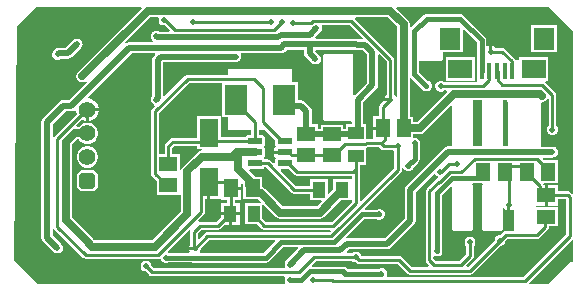
<source format=gbr>
G04*
G04 #@! TF.GenerationSoftware,Altium Limited,Altium Designer,23.0.1 (38)*
G04*
G04 Layer_Physical_Order=2*
G04 Layer_Color=16711680*
%FSLAX25Y25*%
%MOIN*%
G70*
G04*
G04 #@! TF.SameCoordinates,8F624F87-4904-4D54-B770-2945CE276165*
G04*
G04*
G04 #@! TF.FilePolarity,Positive*
G04*
G01*
G75*
%ADD14C,0.01000*%
%ADD16R,0.05906X0.04724*%
%ADD18R,0.04134X0.05315*%
%ADD23R,0.05315X0.04134*%
%ADD51C,0.01500*%
%ADD52C,0.02000*%
%ADD53C,0.02500*%
%ADD55C,0.05512*%
G04:AMPARAMS|DCode=56|XSize=55.12mil|YSize=55.12mil|CornerRadius=13.78mil|HoleSize=0mil|Usage=FLASHONLY|Rotation=90.000|XOffset=0mil|YOffset=0mil|HoleType=Round|Shape=RoundedRectangle|*
%AMROUNDEDRECTD56*
21,1,0.05512,0.02756,0,0,90.0*
21,1,0.02756,0.05512,0,0,90.0*
1,1,0.02756,0.01378,0.01378*
1,1,0.02756,0.01378,-0.01378*
1,1,0.02756,-0.01378,-0.01378*
1,1,0.02756,-0.01378,0.01378*
%
%ADD56ROUNDEDRECTD56*%
%ADD57C,0.02000*%
%ADD58C,0.02500*%
%ADD59R,0.07087X0.07480*%
%ADD60R,0.01575X0.05315*%
%ADD61R,0.08268X0.06299*%
%ADD62R,0.07480X0.09843*%
%ADD63R,0.06102X0.09252*%
%ADD64R,0.04724X0.05906*%
G04:AMPARAMS|DCode=65|XSize=49.21mil|YSize=23.23mil|CornerRadius=2.9mil|HoleSize=0mil|Usage=FLASHONLY|Rotation=180.000|XOffset=0mil|YOffset=0mil|HoleType=Round|Shape=RoundedRectangle|*
%AMROUNDEDRECTD65*
21,1,0.04921,0.01742,0,0,180.0*
21,1,0.04341,0.02323,0,0,180.0*
1,1,0.00581,-0.02170,0.00871*
1,1,0.00581,0.02170,0.00871*
1,1,0.00581,0.02170,-0.00871*
1,1,0.00581,-0.02170,-0.00871*
%
%ADD65ROUNDEDRECTD65*%
G36*
X345777Y292044D02*
X345700Y291858D01*
Y291142D01*
X345974Y290480D01*
X346480Y289974D01*
X347142Y289700D01*
X347693D01*
X349346Y288047D01*
X349155Y287585D01*
X345960D01*
X345887Y287659D01*
X345720Y287728D01*
X345569Y287829D01*
X345392Y287864D01*
X345225Y287933D01*
X345044D01*
X344867Y287968D01*
X344690Y287933D01*
X344509D01*
X344342Y287864D01*
X344165Y287829D01*
X344014Y287728D01*
X343847Y287659D01*
X343720Y287531D01*
X343569Y287431D01*
X343469Y287281D01*
X343341Y287153D01*
X343272Y286986D01*
X343171Y286835D01*
X343136Y286658D01*
X343067Y286491D01*
Y286310D01*
X343032Y286133D01*
X343067Y285956D01*
Y285775D01*
X343136Y285608D01*
X343171Y285431D01*
X343272Y285280D01*
X343341Y285113D01*
X343469Y284986D01*
X343569Y284835D01*
X343768Y284637D01*
X343561Y284137D01*
X335954D01*
X335251Y283997D01*
X334977Y283814D01*
X334658Y284202D01*
X342916Y292460D01*
X345499D01*
X345777Y292044D01*
D02*
G37*
G36*
X413813Y285559D02*
X413622Y285097D01*
X412314D01*
X412166Y285196D01*
X411464Y285335D01*
X398161D01*
X397970Y285797D01*
X399625Y287452D01*
X399725Y287603D01*
X399853Y287730D01*
X399922Y287897D01*
X400023Y288048D01*
X400058Y288225D01*
X400127Y288392D01*
Y288573D01*
X400162Y288750D01*
X400127Y288927D01*
Y289108D01*
X400058Y289275D01*
X400028Y289424D01*
X400027Y289461D01*
X400230Y289846D01*
X400330Y289925D01*
X409448D01*
X413813Y285559D01*
D02*
G37*
G36*
X411000Y281566D02*
X411702Y281426D01*
X413690D01*
X415165Y279951D01*
Y270490D01*
X411087Y266412D01*
X410587Y266619D01*
Y279535D01*
X410525Y279848D01*
X410348Y280112D01*
X410084Y280289D01*
X409772Y280351D01*
X401307D01*
X400995Y280289D01*
X400730Y280112D01*
X400554Y279848D01*
X400491Y279535D01*
Y258669D01*
X400554Y258357D01*
X400730Y258092D01*
X400995Y257916D01*
X401307Y257854D01*
X409772D01*
X410255Y257475D01*
Y256705D01*
X408042D01*
Y255335D01*
X407253D01*
Y256662D01*
X399747D01*
Y255335D01*
X398753D01*
Y256705D01*
X396835D01*
Y261057D01*
X396696Y261759D01*
X396298Y262354D01*
X394437Y264215D01*
X393842Y264613D01*
X393139Y264753D01*
X392111D01*
Y270721D01*
X390130D01*
Y275236D01*
X368870D01*
Y273325D01*
X355500D01*
X354993Y273225D01*
X354563Y272937D01*
X347651Y266025D01*
X347189Y266217D01*
Y277386D01*
X347269Y277466D01*
X371349D01*
X371526Y277502D01*
X371707D01*
X371874Y277571D01*
X372051Y277606D01*
X372201Y277706D01*
X372368Y277776D01*
X372496Y277903D01*
X372646Y278004D01*
X372747Y278154D01*
X372875Y278282D01*
X372944Y278449D01*
X373044Y278599D01*
X373080Y278777D01*
X373149Y278943D01*
Y279124D01*
X373184Y279302D01*
X373149Y279479D01*
Y279660D01*
X373080Y279827D01*
X373052Y279966D01*
X373056Y280024D01*
X373272Y280403D01*
X373356Y280466D01*
X386431D01*
X387133Y280606D01*
X387728Y281004D01*
X388389Y281665D01*
X394172D01*
Y280492D01*
X394312Y279790D01*
X394710Y279195D01*
X396702Y277202D01*
X396853Y277102D01*
X396980Y276974D01*
X397147Y276905D01*
X397298Y276804D01*
X397475Y276769D01*
X397642Y276700D01*
X397823D01*
X398000Y276665D01*
X398177Y276700D01*
X398358D01*
X398525Y276769D01*
X398702Y276804D01*
X398853Y276905D01*
X399020Y276974D01*
X399147Y277102D01*
X399298Y277202D01*
X399398Y277353D01*
X399526Y277480D01*
X399595Y277647D01*
X399696Y277798D01*
X399731Y277975D01*
X399800Y278142D01*
Y278323D01*
X399835Y278500D01*
X399800Y278677D01*
Y278858D01*
X399731Y279025D01*
X399696Y279202D01*
X399595Y279353D01*
X399526Y279520D01*
X399398Y279647D01*
X399298Y279798D01*
X397931Y281165D01*
X398055Y281665D01*
X410852D01*
X411000Y281566D01*
D02*
G37*
G36*
X451801Y284142D02*
Y278142D01*
X451794D01*
Y271228D01*
X451794D01*
X451778Y270735D01*
X440920D01*
X440720Y270935D01*
X440058Y271209D01*
X439342D01*
X438680Y270935D01*
X438174Y270429D01*
X437900Y269767D01*
Y269051D01*
X438174Y268390D01*
X438680Y267883D01*
X439342Y267609D01*
X440058D01*
X440720Y267883D01*
X440920Y268084D01*
X441659D01*
X441850Y267622D01*
X431818Y257590D01*
X430662D01*
Y259253D01*
X429590D01*
Y262783D01*
X429478Y263348D01*
Y272080D01*
X429978Y272287D01*
X433254Y269011D01*
X433474Y268480D01*
X433980Y267974D01*
X434642Y267700D01*
X435358D01*
X436020Y267974D01*
X436526Y268480D01*
X436800Y269142D01*
Y269858D01*
X436526Y270520D01*
X436020Y271026D01*
X435489Y271246D01*
X432468Y274267D01*
Y277753D01*
X432638Y277892D01*
X439736D01*
X440048Y277954D01*
X440313Y278131D01*
X440490Y278396D01*
X440552Y278708D01*
Y280775D01*
X447095D01*
Y288195D01*
X447557Y288387D01*
X451801Y284142D01*
D02*
G37*
G36*
X425297Y289247D02*
Y265986D01*
X424797Y265887D01*
X424695Y266133D01*
X424326Y266503D01*
Y278247D01*
X424225Y278754D01*
X423937Y279184D01*
X411161Y291960D01*
X411369Y292460D01*
X422084D01*
X425297Y289247D01*
D02*
G37*
G36*
X344616Y280004D02*
X344056Y279444D01*
X343955Y279294D01*
X343828Y279166D01*
X343758Y278999D01*
X343658Y278849D01*
X343623Y278672D01*
X343553Y278504D01*
Y278324D01*
X343518Y278146D01*
Y266099D01*
X343456Y266037D01*
X343387Y265870D01*
X343287Y265720D01*
X343251Y265543D01*
X343182Y265376D01*
Y265195D01*
X343147Y265018D01*
X343182Y264841D01*
Y264660D01*
X343251Y264493D01*
X343287Y264315D01*
X343387Y264165D01*
X343456Y263998D01*
X343584Y263870D01*
X343685Y263720D01*
X343835Y263620D01*
X343963Y263492D01*
X344130Y263423D01*
X344256Y263338D01*
X344283Y263313D01*
X344411Y262897D01*
X344396Y262771D01*
X343610Y261984D01*
X343323Y261555D01*
X343222Y261047D01*
Y240319D01*
X343323Y239812D01*
X343610Y239382D01*
X345247Y237744D01*
Y233295D01*
X352753D01*
X353153Y233054D01*
Y227700D01*
X343544Y218090D01*
X324366D01*
X324133Y218323D01*
X323978Y218555D01*
X323978Y218555D01*
X316833Y225700D01*
Y249968D01*
X318594Y251729D01*
X319080Y251694D01*
X319155Y251565D01*
X319817Y250903D01*
X320627Y250434D01*
X321532Y250192D01*
X322468D01*
X323373Y250434D01*
X324183Y250903D01*
X324845Y251565D01*
X325314Y252376D01*
X325556Y253280D01*
Y254216D01*
X325314Y255121D01*
X324845Y255931D01*
X324183Y256593D01*
X323373Y257062D01*
X322468Y257304D01*
X321532D01*
X320627Y257062D01*
X319817Y256593D01*
X319155Y255931D01*
X319142Y255909D01*
X318457D01*
X318266Y256371D01*
X320212Y258317D01*
X320550Y258122D01*
X321500Y257868D01*
Y261622D01*
X322000D01*
Y262122D01*
X325754D01*
X325500Y263072D01*
X325006Y263928D01*
X324306Y264628D01*
X323450Y265122D01*
X322495Y265378D01*
X322279D01*
X322087Y265840D01*
X336714Y280466D01*
X344425D01*
X344616Y280004D01*
D02*
G37*
G36*
X443625Y262832D02*
Y249508D01*
X443527Y249388D01*
X442164D01*
X441461Y249248D01*
X440866Y248850D01*
X428282Y236267D01*
X427884Y235671D01*
X427745Y234969D01*
Y225340D01*
X421240Y218835D01*
X408505D01*
X408444Y218904D01*
X408266Y219304D01*
X414109Y225147D01*
X418385D01*
X418915Y224927D01*
X419631D01*
X420293Y225201D01*
X420799Y225708D01*
X421073Y226369D01*
Y227085D01*
X420799Y227747D01*
X420293Y228253D01*
X419631Y228527D01*
X418915D01*
X418385Y228308D01*
X414664D01*
X414472Y228769D01*
X426437Y240734D01*
X426725Y241164D01*
X426826Y241672D01*
Y242140D01*
X427325Y242239D01*
X427474Y241880D01*
X427980Y241374D01*
X428642Y241100D01*
X429358D01*
X430020Y241374D01*
X430526Y241880D01*
X430800Y242542D01*
Y242600D01*
X432210Y244010D01*
X432553Y244523D01*
X432673Y245128D01*
Y249560D01*
X432893Y250090D01*
Y250806D01*
X432619Y251468D01*
X432112Y251974D01*
X431451Y252248D01*
X430735D01*
X430662Y252297D01*
Y253410D01*
X432684D01*
X432684Y253410D01*
X433484Y253569D01*
X434162Y254022D01*
X443163Y263023D01*
X443625Y262832D01*
D02*
G37*
G36*
X484000Y288000D02*
Y233873D01*
X483500Y233666D01*
X483185Y233980D01*
X482756Y234268D01*
X482248Y234369D01*
X478953D01*
Y236405D01*
X475500D01*
Y233043D01*
Y229681D01*
X478953D01*
Y231718D01*
X481509D01*
Y220049D01*
X467285Y205825D01*
X422003D01*
X421669Y206326D01*
X421800Y206642D01*
Y207358D01*
X421526Y208020D01*
X421020Y208526D01*
X420358Y208800D01*
X419642D01*
X419112Y208580D01*
X408627D01*
X408371Y208836D01*
X407858Y209179D01*
X407254Y209299D01*
X396963D01*
X396771Y209761D01*
X398135Y211124D01*
X407177D01*
X407429Y211175D01*
X410280D01*
X410480Y210974D01*
X411142Y210700D01*
X411511D01*
X411649Y210563D01*
X412079Y210275D01*
X412586Y210174D01*
X425444D01*
X428555Y207063D01*
X428985Y206775D01*
X429493Y206675D01*
X449500D01*
X450007Y206775D01*
X450437Y207063D01*
X459575Y216200D01*
X459858D01*
X460520Y216474D01*
X461026Y216980D01*
X461300Y217642D01*
Y217926D01*
X461919Y218545D01*
X471800D01*
X472308Y218646D01*
X472738Y218933D01*
X475548Y221743D01*
X475835Y222173D01*
X475936Y222680D01*
Y222795D01*
X478753D01*
Y229119D01*
X471768D01*
X471490Y229619D01*
X471529Y229681D01*
X474500D01*
Y233043D01*
Y236405D01*
X474185D01*
X473996Y236807D01*
X474256Y237247D01*
X478706D01*
Y244753D01*
X474256D01*
X473806Y245203D01*
X473997Y245665D01*
X477000D01*
X477177Y245700D01*
X477358D01*
X477525Y245769D01*
X477702Y245804D01*
X477853Y245905D01*
X478020Y245974D01*
X478148Y246102D01*
X478298Y246202D01*
X478398Y246353D01*
X478526Y246480D01*
X478595Y246647D01*
X478696Y246798D01*
X478731Y246975D01*
X478800Y247142D01*
Y247323D01*
X478835Y247500D01*
X478800Y247677D01*
Y247858D01*
X478731Y248025D01*
X478696Y248202D01*
X478595Y248353D01*
X478526Y248520D01*
X478398Y248647D01*
X478298Y248798D01*
X478148Y248898D01*
X478020Y249026D01*
X477853Y249095D01*
X477702Y249196D01*
X477525Y249231D01*
X477358Y249300D01*
X477177D01*
X477000Y249335D01*
X473430D01*
X473288Y249508D01*
Y263748D01*
X473375Y264112D01*
X473758Y264275D01*
X473812D01*
X474002Y264354D01*
X474204Y264394D01*
X474375Y264508D01*
X474566Y264587D01*
X474711Y264733D01*
X474882Y264847D01*
X474997Y265018D01*
X475142Y265164D01*
X475175Y265241D01*
X475642Y265148D01*
X475674Y265132D01*
Y256220D01*
X475474Y256020D01*
X475200Y255358D01*
Y254642D01*
X475474Y253980D01*
X475980Y253474D01*
X476642Y253200D01*
X477358D01*
X478020Y253474D01*
X478526Y253980D01*
X478800Y254642D01*
Y255358D01*
X478526Y256020D01*
X478326Y256220D01*
Y266618D01*
X478225Y267126D01*
X477937Y267555D01*
X474651Y270842D01*
X474752Y271216D01*
X474841Y271342D01*
X475639D01*
Y279241D01*
X465771D01*
Y278668D01*
X465406Y278343D01*
X465271Y278343D01*
X464597D01*
X464571Y278471D01*
X464284Y278901D01*
X461247Y281937D01*
X460817Y282225D01*
X460310Y282326D01*
X457971D01*
X457601Y282696D01*
X456968Y282958D01*
Y281000D01*
X455969D01*
Y282958D01*
X455462Y282748D01*
X454962Y282976D01*
Y284797D01*
X454842Y285402D01*
X454499Y285914D01*
X447296Y293117D01*
X446784Y293460D01*
X446179Y293580D01*
X435135D01*
X434530Y293460D01*
X434018Y293117D01*
X429978Y289078D01*
X429478Y289285D01*
Y290112D01*
X429478Y290112D01*
X429319Y290912D01*
X428865Y291590D01*
X424918Y295538D01*
X425109Y296000D01*
X476000D01*
X484000Y288000D01*
D02*
G37*
G36*
X318244Y261311D02*
Y261128D01*
X318462Y260316D01*
X311056Y252910D01*
X310835Y252580D01*
X310335Y252669D01*
Y256740D01*
X314760Y261165D01*
X316652D01*
X317354Y261304D01*
X317744Y261565D01*
X318244Y261311D01*
D02*
G37*
G36*
X366889Y259279D02*
X368870D01*
Y254764D01*
X376489D01*
Y253223D01*
X375645D01*
X375219Y253138D01*
X374859Y252897D01*
X374637Y252566D01*
X366351D01*
Y259426D01*
X358649D01*
Y252326D01*
X350500D01*
X349993Y252225D01*
X349563Y251937D01*
X348063Y250437D01*
X347775Y250007D01*
X347674Y249500D01*
Y246706D01*
X345873D01*
Y260498D01*
X356049Y270674D01*
X366889D01*
Y259279D01*
D02*
G37*
G36*
X421674Y277698D02*
Y266503D01*
X421305Y266133D01*
X421042Y265500D01*
X423000D01*
Y264500D01*
X420625D01*
X419476Y263351D01*
X419189Y262921D01*
X419088Y262413D01*
Y259453D01*
X417051D01*
Y256000D01*
X420413D01*
Y255000D01*
X417051D01*
Y251732D01*
X414958D01*
Y256705D01*
X413926D01*
Y264060D01*
X418298Y268432D01*
X418696Y269027D01*
X418835Y269730D01*
Y279884D01*
X419297Y280075D01*
X421674Y277698D01*
D02*
G37*
G36*
X461884Y264639D02*
X462089Y264269D01*
X462050Y264075D01*
Y249508D01*
X461952Y249388D01*
X460473D01*
X460375Y249508D01*
Y264075D01*
X460336Y264269D01*
X460541Y264639D01*
X460659Y264769D01*
X461766D01*
X461884Y264639D01*
D02*
G37*
G36*
X453459D02*
X453664Y264269D01*
X453625Y264075D01*
Y249508D01*
X453527Y249388D01*
X450473D01*
X450375Y249508D01*
Y264075D01*
X450336Y264269D01*
X450541Y264639D01*
X450659Y264769D01*
X453341D01*
X453459Y264639D01*
D02*
G37*
G36*
X384415Y251639D02*
Y250369D01*
X384500Y249944D01*
X384740Y249583D01*
X384493Y249147D01*
X384311Y248874D01*
X384211Y248371D01*
Y248000D01*
X387697D01*
Y247000D01*
X384211D01*
Y246629D01*
X384311Y246126D01*
X384493Y245853D01*
X384740Y245417D01*
X384500Y245056D01*
X384415Y244631D01*
Y243910D01*
X383953Y243719D01*
X382975Y244697D01*
X382545Y244984D01*
X382037Y245085D01*
X380993D01*
X380852Y245296D01*
X380771Y245843D01*
X381012Y246203D01*
X381097Y246629D01*
Y248371D01*
X381012Y248797D01*
X380771Y249157D01*
Y249583D01*
X381012Y249944D01*
X381097Y250369D01*
Y252111D01*
X381012Y252537D01*
X380771Y252897D01*
X380411Y253138D01*
X379985Y253223D01*
X379140D01*
Y254764D01*
X381290D01*
X384415Y251639D01*
D02*
G37*
G36*
X358649Y248574D02*
X360046D01*
X360095Y248074D01*
X359376Y247931D01*
X358698Y247478D01*
X353765Y242545D01*
X353312Y241867D01*
X353253Y241568D01*
X352753Y241617D01*
Y246706D01*
X350325D01*
Y248951D01*
X351049Y249675D01*
X358649D01*
Y248574D01*
D02*
G37*
G36*
X390819Y240063D02*
X391249Y239775D01*
X391756Y239674D01*
X410175D01*
Y238532D01*
X409705Y238457D01*
Y238457D01*
X403972D01*
Y235083D01*
X403953Y235070D01*
X402490Y233608D01*
X402028Y233799D01*
Y238457D01*
X396294D01*
Y236326D01*
X391346D01*
X386357Y241315D01*
X386548Y241777D01*
X389104D01*
X390819Y240063D01*
D02*
G37*
G36*
X363000Y231839D02*
X366551D01*
X366595Y231547D01*
X368631D01*
Y230658D01*
X366595D01*
Y227500D01*
X369661D01*
X372728D01*
Y230658D01*
X371282D01*
Y231547D01*
X373319D01*
Y235000D01*
X369957D01*
Y236000D01*
X373319D01*
Y236705D01*
X373819Y236973D01*
X373841Y236958D01*
Y236612D01*
X373841Y236612D01*
X373881Y236410D01*
Y231747D01*
X377954D01*
X378155Y231707D01*
X378957D01*
X379707Y230958D01*
X379500Y230457D01*
X374472D01*
Y223542D01*
X378331D01*
X379811Y222063D01*
X380241Y221775D01*
X380748Y221674D01*
X402975D01*
X403166Y221213D01*
X402779Y220826D01*
X362000D01*
X361493Y220725D01*
X361063Y220437D01*
X359287Y218662D01*
X358825Y218853D01*
Y220365D01*
X360135Y221674D01*
X365661D01*
X366169Y221775D01*
X366599Y222063D01*
X367878Y223342D01*
X369161D01*
Y226500D01*
X366595D01*
Y225798D01*
X366567Y225780D01*
X365112Y224325D01*
X359586D01*
X359111Y224231D01*
X359081Y224253D01*
X358916Y224743D01*
X360886Y226713D01*
X361173Y227143D01*
X361274Y227650D01*
Y231839D01*
X362000D01*
Y237465D01*
X363000D01*
Y231839D01*
D02*
G37*
G36*
X419791Y248563D02*
X420221Y248275D01*
X420728Y248175D01*
X423997D01*
X424174Y247997D01*
Y242221D01*
X413287Y231333D01*
X412825Y231525D01*
Y242000D01*
Y243295D01*
X414958D01*
Y248982D01*
X415286Y249047D01*
X415338Y249082D01*
X419272D01*
X419791Y248563D01*
D02*
G37*
G36*
X389860Y234063D02*
X390290Y233775D01*
X390797Y233675D01*
X396294D01*
Y231542D01*
X400001D01*
X400192Y231081D01*
X398536Y229424D01*
X387152D01*
X381301Y235275D01*
X380623Y235728D01*
X380205Y235811D01*
Y239253D01*
X377747D01*
X377409Y239758D01*
X377409Y239758D01*
X375890Y241277D01*
X376097Y241777D01*
X379985D01*
X380411Y241862D01*
X380771Y242103D01*
X380993Y242434D01*
X381488D01*
X389860Y234063D01*
D02*
G37*
G36*
X409705Y231542D02*
X410033Y231490D01*
X410101Y230975D01*
X403451Y224325D01*
X381297D01*
X380205Y225417D01*
Y229752D01*
X380705Y229959D01*
X384809Y225856D01*
X384809Y225856D01*
X385487Y225403D01*
X386287Y225244D01*
X399402D01*
X399402Y225244D01*
X400202Y225403D01*
X400880Y225856D01*
X404956Y229933D01*
X405409Y230611D01*
X405410Y230616D01*
X406337Y231542D01*
X409705D01*
Y231542D01*
D02*
G37*
G36*
X453687Y236749D02*
X453625Y236437D01*
Y221870D01*
X453687Y221558D01*
X453864Y221293D01*
X454129Y221116D01*
X454441Y221054D01*
X459559D01*
X459871Y221116D01*
X460136Y221293D01*
X460313Y221558D01*
X460375Y221870D01*
Y228644D01*
X460542Y228731D01*
X460875Y228797D01*
X461367Y228305D01*
X462000Y228042D01*
Y230000D01*
X463000D01*
Y228042D01*
X463633Y228305D01*
X463795Y228466D01*
X464295Y228259D01*
Y221870D01*
X464329Y221696D01*
X464106Y221305D01*
X463998Y221196D01*
X461370D01*
X460863Y221095D01*
X460433Y220807D01*
X459425Y219800D01*
X459142D01*
X458480Y219526D01*
X457974Y219020D01*
X457700Y218358D01*
Y218074D01*
X448951Y209326D01*
X448353D01*
X448162Y209787D01*
X450437Y212063D01*
X450725Y212493D01*
X450826Y213000D01*
Y216280D01*
X451026Y216480D01*
X451300Y217142D01*
Y217858D01*
X451026Y218520D01*
X450520Y219026D01*
X449858Y219300D01*
X449142D01*
X448480Y219026D01*
X447974Y218520D01*
X447700Y217858D01*
Y217142D01*
X447974Y216480D01*
X448174Y216280D01*
Y213549D01*
X445951Y211326D01*
X438014D01*
X437325Y212014D01*
Y212497D01*
X437825Y212831D01*
X438142Y212700D01*
X438858D01*
X439520Y212974D01*
X440026Y213480D01*
X440300Y214142D01*
Y214858D01*
X440080Y215388D01*
Y233123D01*
X443125Y236168D01*
X443625Y235961D01*
Y221870D01*
X443687Y221558D01*
X443864Y221293D01*
X444129Y221116D01*
X444441Y221054D01*
X449559D01*
X449871Y221116D01*
X450136Y221293D01*
X450313Y221558D01*
X450375Y221870D01*
Y236437D01*
X450319Y236717D01*
X450320Y236761D01*
X450601Y237217D01*
X452345D01*
X452497Y237247D01*
X453419D01*
X453687Y236749D01*
D02*
G37*
G36*
X356247Y221419D02*
X356269Y221389D01*
X356174Y220914D01*
Y216979D01*
X356212Y216790D01*
X356034Y216612D01*
X355772Y215979D01*
X357730D01*
Y214979D01*
X355772D01*
X356007Y214413D01*
X355814Y213913D01*
X349055D01*
X348870Y213990D01*
X348753Y214580D01*
X355757Y221584D01*
X356247Y221419D01*
D02*
G37*
G36*
X384654Y217713D02*
X380772Y213830D01*
X359563D01*
X359372Y214292D01*
X359425Y214346D01*
X359730Y215081D01*
Y215355D01*
X362549Y218175D01*
X384463D01*
X384654Y217713D01*
D02*
G37*
G36*
X437930Y240136D02*
X438009Y239945D01*
X438516Y239439D01*
X438713Y239357D01*
X438716Y238994D01*
X438686Y238827D01*
X438287Y238560D01*
X435063Y235336D01*
X434775Y234906D01*
X434675Y234399D01*
Y211465D01*
X434775Y210957D01*
X435063Y210527D01*
X435803Y209787D01*
X435611Y209326D01*
X430042D01*
X426930Y212437D01*
X426500Y212725D01*
X425992Y212825D01*
X413300D01*
Y212858D01*
X413026Y213520D01*
X412520Y214026D01*
X411858Y214300D01*
X411142D01*
X410480Y214026D01*
X410280Y213825D01*
X408549D01*
X408357Y214287D01*
X409235Y215165D01*
X422000D01*
X422702Y215304D01*
X423298Y215702D01*
X430878Y223282D01*
X431276Y223878D01*
X431415Y224580D01*
Y234209D01*
X437440Y240233D01*
X437930Y240136D01*
D02*
G37*
G36*
X340082Y295538D02*
X318808Y274264D01*
X318355Y273585D01*
X318195Y272785D01*
X318355Y271986D01*
X318808Y271308D01*
X319486Y270854D01*
X320286Y270695D01*
X321085Y270854D01*
X321443Y271093D01*
X321761Y270705D01*
X315892Y264835D01*
X314000D01*
X313823Y264800D01*
X313642D01*
X313475Y264731D01*
X313298Y264696D01*
X313147Y264595D01*
X312980Y264526D01*
X312853Y264398D01*
X312702Y264298D01*
X307202Y258798D01*
X306804Y258202D01*
X306665Y257500D01*
Y219000D01*
X306804Y218298D01*
X307202Y217702D01*
X310702Y214202D01*
X310853Y214102D01*
X310980Y213974D01*
X311147Y213905D01*
X311298Y213804D01*
X311475Y213769D01*
X311642Y213700D01*
X311823D01*
X312000Y213665D01*
X312177Y213700D01*
X312358D01*
X312525Y213769D01*
X312702Y213804D01*
X312853Y213905D01*
X313020Y213974D01*
X313147Y214102D01*
X313298Y214202D01*
X313398Y214353D01*
X313526Y214480D01*
X313595Y214647D01*
X313696Y214798D01*
X313731Y214975D01*
X313800Y215142D01*
Y215323D01*
X313835Y215500D01*
X313800Y215677D01*
Y215858D01*
X313731Y216025D01*
X313696Y216202D01*
X313595Y216353D01*
X313526Y216520D01*
X313398Y216647D01*
X313298Y216798D01*
X310335Y219760D01*
Y221922D01*
X310835Y222011D01*
X311056Y221680D01*
X320424Y212313D01*
X320854Y212025D01*
X321361Y211925D01*
X345549D01*
X345867Y211988D01*
X346114Y211982D01*
X346478Y211706D01*
X346641Y211313D01*
X347147Y210807D01*
X347809Y210533D01*
X348525D01*
X349055Y210753D01*
X356872D01*
X357289Y210670D01*
X381427D01*
X382032Y210790D01*
X382544Y211133D01*
X387281Y215870D01*
X392116D01*
X392308Y215408D01*
X388198Y211298D01*
X388097Y211147D01*
X387969Y211020D01*
X387900Y210853D01*
X387800Y210702D01*
X387765Y210525D01*
X387695Y210358D01*
Y210177D01*
X387660Y210000D01*
X387695Y209823D01*
Y209642D01*
X387765Y209475D01*
X387794Y209326D01*
X387795Y209289D01*
X387592Y208904D01*
X387492Y208825D01*
X344049D01*
X343300Y209575D01*
Y209858D01*
X343026Y210520D01*
X342520Y211026D01*
X341858Y211300D01*
X341142D01*
X340480Y211026D01*
X339974Y210520D01*
X339700Y209858D01*
Y209142D01*
X339974Y208480D01*
X340480Y207974D01*
X341142Y207700D01*
X341425D01*
X342563Y206563D01*
X342993Y206275D01*
X343500Y206174D01*
X387497D01*
X387831Y205675D01*
X387700Y205358D01*
Y204642D01*
X387974Y203980D01*
X387993Y203962D01*
X387801Y203500D01*
X305500D01*
X297500Y211500D01*
X298500Y289500D01*
X305000Y296000D01*
X339891D01*
X340082Y295538D01*
D02*
G37*
G36*
X484000Y218084D02*
Y211000D01*
X483000D01*
X475500Y203500D01*
X469416D01*
X469209Y204000D01*
X483500Y218291D01*
X484000Y218084D01*
D02*
G37*
%LPC*%
G36*
X451229Y279225D02*
X441361D01*
Y271326D01*
X451229D01*
Y279225D01*
D02*
G37*
G36*
X325754Y261122D02*
X322500D01*
Y257868D01*
X323450Y258122D01*
X324306Y258617D01*
X325006Y259316D01*
X325500Y260172D01*
X325754Y261122D01*
D02*
G37*
G36*
X322468Y249430D02*
X321532D01*
X320627Y249188D01*
X319817Y248720D01*
X319155Y248057D01*
X318686Y247247D01*
X318444Y246342D01*
Y245406D01*
X318686Y244501D01*
X319155Y243691D01*
X319817Y243029D01*
X320627Y242560D01*
X321532Y242318D01*
X322468D01*
X323373Y242560D01*
X324183Y243029D01*
X324845Y243691D01*
X325314Y244501D01*
X325556Y245406D01*
Y246342D01*
X325314Y247247D01*
X324845Y248057D01*
X324183Y248720D01*
X323373Y249188D01*
X322468Y249430D01*
D02*
G37*
G36*
X323378Y241599D02*
X320622D01*
X319772Y241429D01*
X319052Y240948D01*
X318570Y240228D01*
X318401Y239378D01*
Y236622D01*
X318570Y235772D01*
X319052Y235052D01*
X319772Y234571D01*
X320622Y234401D01*
X323378D01*
X324228Y234571D01*
X324948Y235052D01*
X325430Y235772D01*
X325599Y236622D01*
Y239378D01*
X325430Y240228D01*
X324948Y240948D01*
X324228Y241429D01*
X323378Y241599D01*
D02*
G37*
G36*
X478591Y289855D02*
X469905D01*
Y280775D01*
X478591D01*
Y289855D01*
D02*
G37*
G36*
X372728Y226500D02*
X370161D01*
Y223342D01*
X372728D01*
Y226500D01*
D02*
G37*
G36*
X318500Y285335D02*
X318323Y285300D01*
X318142D01*
X317975Y285231D01*
X317798Y285196D01*
X317647Y285095D01*
X317480Y285026D01*
X317353Y284898D01*
X317202Y284798D01*
X314740Y282335D01*
X312500D01*
X311798Y282196D01*
X311202Y281798D01*
X310742Y281337D01*
X310641Y281187D01*
X310513Y281059D01*
X310444Y280892D01*
X310344Y280742D01*
X310309Y280564D01*
X310239Y280397D01*
Y280217D01*
X310204Y280039D01*
X310239Y279862D01*
Y279681D01*
X310309Y279514D01*
X310344Y279337D01*
X310444Y279187D01*
X310513Y279020D01*
X310641Y278892D01*
X310742Y278742D01*
X310892Y278641D01*
X311020Y278513D01*
X311187Y278444D01*
X311337Y278344D01*
X311514Y278309D01*
X311681Y278239D01*
X311862D01*
X312039Y278204D01*
X312217Y278239D01*
X312397D01*
X312564Y278309D01*
X312742Y278344D01*
X312892Y278444D01*
X313059Y278513D01*
X313187Y278641D01*
X313222Y278665D01*
X315500D01*
X316202Y278804D01*
X316798Y279202D01*
X319798Y282202D01*
X319898Y282353D01*
X320026Y282480D01*
X320095Y282647D01*
X320196Y282798D01*
X320231Y282975D01*
X320300Y283142D01*
Y283323D01*
X320335Y283500D01*
X320300Y283677D01*
Y283858D01*
X320231Y284025D01*
X320196Y284202D01*
X320095Y284353D01*
X320026Y284520D01*
X319898Y284647D01*
X319798Y284798D01*
X319647Y284898D01*
X319520Y285026D01*
X319353Y285095D01*
X319202Y285196D01*
X319025Y285231D01*
X318858Y285300D01*
X318677D01*
X318500Y285335D01*
D02*
G37*
%LPD*%
D14*
X357721Y215221D02*
X362000Y219500D01*
X357500Y215221D02*
X357721D01*
X420728Y249500D02*
X425500D01*
Y241672D02*
Y249500D01*
X347768Y291500D02*
X351018Y288250D01*
X347500Y291500D02*
X347768D01*
X387697Y247500D02*
X388996D01*
X390039Y246457D01*
X395000D01*
X439700Y269409D02*
X453672D01*
X439806Y240965D02*
X442388Y243547D01*
X439535Y240965D02*
X439806D01*
X407177Y212450D02*
X407227Y212500D01*
X392636Y207500D02*
X397586Y212450D01*
X407227Y212500D02*
X411586D01*
X397586Y212450D02*
X407177D01*
X439447Y237623D02*
X442671Y240847D01*
X436000Y234399D02*
X439224Y237623D01*
X439447D01*
X436000Y211465D02*
Y234399D01*
X442671Y240847D02*
X446651D01*
X442388Y243547D02*
X445047D01*
X446651Y240847D02*
X451056Y245253D01*
X471357D01*
X471410Y245200D01*
X471934D01*
X475543Y241590D01*
X425992Y211500D02*
X429493Y208000D01*
X412586Y211500D02*
X425992D01*
X411586Y212500D02*
X412586Y211500D01*
X403901Y204500D02*
X467834D01*
X397176Y204969D02*
X403433D01*
X403901Y204500D01*
X437465Y210000D02*
X446500D01*
X449500Y208000D02*
X459500Y218000D01*
X436000Y211465D02*
X437465Y210000D01*
X429493Y208000D02*
X449500D01*
X453672Y269409D02*
X455669Y271406D01*
X460178Y270000D02*
X473618D01*
X458772Y271406D02*
X460178Y270000D01*
X473618D02*
X477000Y266618D01*
X458772Y271406D02*
Y274413D01*
X357539Y215670D02*
X357730Y215479D01*
X357500Y216979D02*
X357539Y216940D01*
X357500Y216979D02*
Y220914D01*
X357539Y215670D02*
Y216940D01*
X362000Y219500D02*
X403328D01*
X425500Y241672D01*
X404000Y223000D02*
X411500Y230500D01*
Y242000D01*
X380748Y223000D02*
X404000D01*
X390500Y290423D02*
X396464D01*
X384285Y288250D02*
X386786Y290750D01*
X387000D01*
X351018Y288250D02*
X384285D01*
X397292Y291250D02*
X409997D01*
X396464Y290423D02*
X397292Y291250D01*
X357250Y290750D02*
X383250D01*
X409997Y291250D02*
X423000Y278247D01*
X459500Y218000D02*
X461370Y219870D01*
X419821Y250407D02*
X420728Y249500D01*
X456468Y281000D02*
X460310D01*
X463346Y277964D01*
Y274957D02*
X463618Y274685D01*
X463346Y274957D02*
Y277964D01*
X344547Y261047D02*
X355500Y272000D01*
X377336D01*
X344547Y240319D02*
Y261047D01*
X377339Y226410D02*
X380748Y223000D01*
X377339Y226410D02*
Y227000D01*
X341500Y209500D02*
X343500Y207500D01*
X392636D01*
X423000Y265000D02*
Y278247D01*
X345549Y213250D02*
X359949Y227650D01*
X311993Y222618D02*
X321361Y213250D01*
X311993Y222618D02*
Y251973D01*
X321361Y213250D02*
X345549D01*
X321642Y261622D02*
X322000D01*
X359949Y227650D02*
Y234913D01*
X362500Y237465D01*
X311993Y251973D02*
X321642Y261622D01*
X344547Y240319D02*
X348410Y236457D01*
X357500Y220914D02*
X359586Y223000D01*
X365661D01*
X369661Y226410D02*
Y227000D01*
X368094Y224843D02*
X369661Y226410D01*
X367504Y224843D02*
X368094D01*
X365661Y223000D02*
X367504Y224843D01*
X368094Y237465D02*
X369957Y235602D01*
Y235500D02*
Y235602D01*
X362500Y237465D02*
X368094D01*
X369957Y227295D02*
Y235500D01*
X369661Y227000D02*
X369957Y227295D01*
X395000Y246457D02*
X395043Y246413D01*
X403500D01*
X420413Y255500D02*
X421047Y254866D01*
Y251633D02*
Y254866D01*
X419821Y250407D02*
X421047Y251633D01*
X420413Y255500D02*
Y262413D01*
X414779Y250272D02*
X414914Y250407D01*
X404090Y246413D02*
X407949Y250272D01*
X414779D01*
X414914Y250407D02*
X419821D01*
X403500Y246413D02*
X404090D01*
X420413Y262413D02*
X423000Y265000D01*
X477000Y255000D02*
Y266618D01*
X458500Y274685D02*
X458772Y274413D01*
X455669Y271406D02*
Y274413D01*
X455941Y274685D01*
X387697Y243760D02*
X388996D01*
X411500Y242000D02*
Y246161D01*
X388996Y243760D02*
X391756Y241000D01*
X410500D02*
X411500Y242000D01*
X391756Y241000D02*
X410500D01*
X371429Y263819D02*
X377815Y257433D01*
Y251240D02*
Y257433D01*
X362500Y253791D02*
Y254000D01*
Y253791D02*
X365051Y251240D01*
X377815D01*
X362500Y253551D02*
Y253791D01*
X359949Y251000D02*
X362500Y253551D01*
X371429Y263819D02*
Y265000D01*
X349000Y243543D02*
Y249500D01*
X350500Y251000D02*
X359949D01*
X349000Y249500D02*
X350500Y251000D01*
X348410Y236457D02*
X349000D01*
X386688Y251240D02*
X387697D01*
X380500Y257428D02*
X386688Y251240D01*
X380500Y257428D02*
Y268835D01*
X377336Y272000D02*
X380500Y268835D01*
X377815Y243760D02*
X382037D01*
X390797Y235000D02*
X399161D01*
X382037Y243760D02*
X390797Y235000D01*
X461370Y219870D02*
X471800D01*
X474611Y222680D02*
Y225567D01*
X471800Y219870D02*
X474611Y222680D01*
Y225567D02*
X475000Y225957D01*
X449500Y213000D02*
Y217500D01*
X446500Y210000D02*
X449500Y213000D01*
X475543Y241000D02*
Y241590D01*
X461043Y241138D02*
X462906Y243000D01*
X461043Y241000D02*
Y241138D01*
X462500Y230000D02*
Y239543D01*
X461043Y241000D02*
X462500Y239543D01*
X482834Y219500D02*
Y232457D01*
X467834Y204500D02*
X482834Y219500D01*
X475000Y233043D02*
X482248D01*
X482834Y232457D01*
X468457Y240409D02*
Y241000D01*
X466595Y243000D02*
X468457Y241138D01*
Y241000D02*
Y241138D01*
X474555Y233043D02*
X475000D01*
X468457Y240409D02*
X472693Y236173D01*
Y234906D02*
X474555Y233043D01*
X472693Y234906D02*
Y236173D01*
X462906Y243000D02*
X466595D01*
D16*
X403500Y253500D02*
D03*
X395000Y253543D02*
D03*
X475000Y233043D02*
D03*
Y225957D02*
D03*
X403500Y246413D02*
D03*
X395000Y246457D02*
D03*
X349000Y236457D02*
D03*
Y243543D02*
D03*
D18*
X377339Y227000D02*
D03*
X369661D02*
D03*
X399161Y235000D02*
D03*
X406839D02*
D03*
D23*
X411500Y253839D02*
D03*
Y246161D02*
D03*
D51*
X404178Y217450D02*
X413455Y226727D01*
X419273D01*
X429000Y243035D02*
X431093Y245128D01*
Y250448D01*
X429000Y242900D02*
Y243035D01*
X430888Y273612D02*
X435000Y269500D01*
X430888Y273612D02*
Y287752D01*
X386627Y217450D02*
X404178D01*
X381427Y212250D02*
X386627Y217450D01*
X438500Y214500D02*
Y233777D01*
X443520Y238797D02*
X452345D01*
X438500Y233777D02*
X443520Y238797D01*
X452345D02*
X453957Y240409D01*
X348167Y212333D02*
X357206D01*
X357289Y212250D01*
X381427D01*
X446179Y292000D02*
X453382Y284797D01*
Y274685D02*
Y284797D01*
X435135Y292000D02*
X446179D01*
X430888Y287752D02*
X435135Y292000D01*
X389500Y205000D02*
X393318D01*
X396037Y207718D01*
X407254D01*
X407972Y207000D01*
X420000D01*
X453957Y240409D02*
Y241000D01*
D52*
X312500Y280500D02*
X315500D01*
X318500Y283500D01*
X408474Y217000D02*
X422000D01*
X429580Y224580D01*
Y234969D01*
X442164Y247553D01*
X472310D01*
X406224Y214750D02*
X408474Y217000D01*
X472310Y247553D02*
X472363Y247500D01*
X477000D01*
X308500Y219000D02*
Y257500D01*
Y219000D02*
X312000Y215500D01*
X308500Y257500D02*
X314000Y263000D01*
X316652D01*
X394245Y214750D02*
X406224D01*
X389495Y210000D02*
X394245Y214750D01*
X344867Y286133D02*
X345250Y285750D01*
X386386Y286500D02*
X396077D01*
X385636Y285750D02*
X386386Y286500D01*
X396077D02*
X398327Y288750D01*
X345250Y285750D02*
X385636D01*
X387629Y283500D02*
X396008D01*
X335954Y282302D02*
X386431D01*
X387629Y283500D01*
X411464D02*
X411702Y283262D01*
X403500Y253500D02*
X411161D01*
X396008Y280492D02*
Y283500D01*
X395043Y253500D02*
X403500D01*
X396008Y283500D02*
X411464D01*
X316652Y263000D02*
X335954Y282302D01*
X346509Y279302D02*
X371349D01*
X345354Y278146D02*
X346509Y279302D01*
X396008Y280492D02*
X398000Y278500D01*
X312039Y280039D02*
X312500Y280500D01*
X344982Y265018D02*
X345354Y265389D01*
Y278146D01*
X417000Y269730D02*
Y280711D01*
X412090Y254429D02*
Y264820D01*
X414450Y283262D02*
X417000Y280711D01*
X395000Y253543D02*
Y261057D01*
X411161Y253500D02*
X412090Y254429D01*
Y264820D02*
X417000Y269730D01*
X411702Y283262D02*
X414450D01*
X387571Y265000D02*
X389654Y262917D01*
X393139D01*
X395000Y261057D01*
D53*
X320286Y272785D02*
X342050Y294550D01*
X422950D02*
X427388Y290112D01*
X342050Y294550D02*
X422950D01*
X444043Y266859D02*
X472870D01*
X432684Y255500D02*
X444043Y266859D01*
X472870D02*
X473404Y266325D01*
X427500Y255500D02*
X432684D01*
X344409Y216000D02*
X355243Y226834D01*
X323500Y216000D02*
X344409D01*
X322500Y217000D02*
Y217077D01*
Y217000D02*
X323500Y216000D01*
X314743Y224834D02*
X322500Y217077D01*
X314743Y224834D02*
Y250834D01*
X427388Y262895D02*
Y290112D01*
Y262895D02*
X427500Y262783D01*
X355243Y226834D02*
Y241067D01*
X360176Y246000D01*
X370500D01*
X371965Y247500D02*
X377815D01*
X370500Y246000D02*
X372243D01*
X370500D02*
Y246036D01*
X371965Y247500D01*
X372243Y241968D02*
Y246000D01*
Y241968D02*
X375931Y238280D01*
X399402Y227334D02*
X403478Y231411D01*
X379823Y233797D02*
X386287Y227334D01*
X377043Y234910D02*
X378155Y233797D01*
X314743Y250834D02*
X317728Y253819D01*
X321929D02*
X322000Y253748D01*
X375931Y236612D02*
X377043Y235500D01*
X405431Y233593D02*
X406022D01*
X403478Y231640D02*
X405431Y233593D01*
X386287Y227334D02*
X399402D01*
X378155Y233797D02*
X379823D01*
X375931Y236612D02*
Y238280D01*
X406022Y233593D02*
X406839Y234409D01*
X377043Y234910D02*
Y235500D01*
X317728Y253819D02*
X321929D01*
X406839Y234409D02*
Y235000D01*
X403478Y231411D02*
Y231640D01*
X427500Y255500D02*
Y262783D01*
D55*
X322000Y261622D02*
D03*
Y253748D02*
D03*
Y245874D02*
D03*
D56*
Y238000D02*
D03*
D57*
X419273Y226727D02*
D03*
X429000Y242900D02*
D03*
X425500Y249500D02*
D03*
X435000Y269500D02*
D03*
X347500Y291500D02*
D03*
X318500Y283500D02*
D03*
X439700Y269409D02*
D03*
X439535Y240965D02*
D03*
X445047Y243547D02*
D03*
X312000Y215500D02*
D03*
X314000Y263000D02*
D03*
X411500Y212500D02*
D03*
X438500Y214500D02*
D03*
X357730Y215479D02*
D03*
X390500Y290423D02*
D03*
X387000Y290750D02*
D03*
X398327Y288750D02*
D03*
X357250Y290750D02*
D03*
X383250D02*
D03*
X344867Y286133D02*
D03*
X398000Y278500D02*
D03*
X312039Y280039D02*
D03*
X320286Y272785D02*
D03*
X431093Y250448D02*
D03*
X456468Y281000D02*
D03*
X344982Y265018D02*
D03*
X389500Y205000D02*
D03*
X389495Y210000D02*
D03*
X348167Y212333D02*
D03*
X341500Y209500D02*
D03*
X397176Y204969D02*
D03*
X477000Y255000D02*
D03*
X345354Y278146D02*
D03*
X371349Y279302D02*
D03*
X423000Y265000D02*
D03*
X420000Y207000D02*
D03*
X477000Y247500D02*
D03*
X459500Y218000D02*
D03*
X449500Y217500D02*
D03*
X462500Y230000D02*
D03*
D58*
X323500Y216000D02*
D03*
X473404Y266325D02*
D03*
D59*
X474248Y285315D02*
D03*
X442752D02*
D03*
D60*
X453382Y274685D02*
D03*
X455941D02*
D03*
X458500D02*
D03*
X461059D02*
D03*
X463618D02*
D03*
D61*
X446295Y275276D02*
D03*
X470705Y275291D02*
D03*
D62*
X387571Y265000D02*
D03*
X371429D02*
D03*
D63*
X362500Y237465D02*
D03*
Y254000D02*
D03*
D64*
X369957Y235500D02*
D03*
X377043D02*
D03*
X468457Y241000D02*
D03*
X475543D02*
D03*
X453957D02*
D03*
X461043D02*
D03*
X427500Y255500D02*
D03*
X420413D02*
D03*
D65*
X387697Y251240D02*
D03*
Y247500D02*
D03*
Y243760D02*
D03*
X377815D02*
D03*
Y247500D02*
D03*
Y251240D02*
D03*
M02*

</source>
